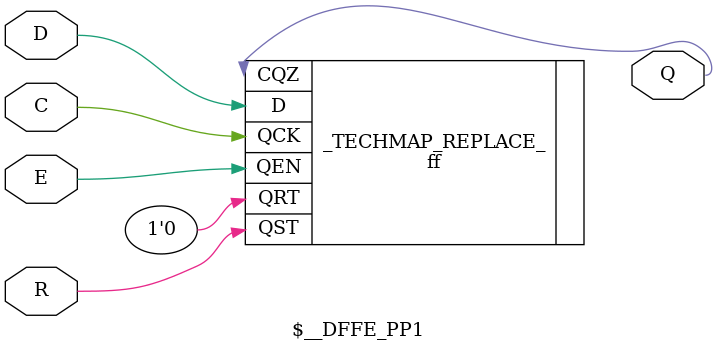
<source format=v>
module \$_DFF_ (D, CQZ, QCK, QEN, QRT, QST);
    input D;
    input QCK;
    input QEN;
    input QRT;
    input QST;
    output CQZ;
    ff _TECHMAP_REPLACE_ (.CQZ(CQZ), .D(D), .QCK(QCK), .QEN(QEN), .QRT(QRT), .QST(QST));
endmodule

module \$_DFF_N_ (D, Q, C);
    input D;
    input C;
    output Q;
    ff _TECHMAP_REPLACE_ (.CQZ(Q), .D(D), .QCK(!C), .QEN(1'b1), .QRT(1'b0), .QST(1'b0));
endmodule

module \$_DFF_P_ (D, Q, C);
    input D;
    input C;
    output Q;
    ff _TECHMAP_REPLACE_ (.CQZ(Q), .D(D), .QCK(C), .QEN(1'b1), .QRT(1'b0), .QST(1'b0));
endmodule

module \$_DFF_NN0_ (D, Q, C, R);
    input D;
    input C;
    input R;
    output Q;
    ff _TECHMAP_REPLACE_ (.CQZ(Q), .D(D), .QCK(!C), .QEN(1'b1), .QRT(!R), .QST(1'b0));
endmodule

module \$_DFF_NN1_ (D, Q, C, R);
    input D;
    input C;
    input R;
    output Q;
    ff _TECHMAP_REPLACE_ (.CQZ(Q), .D(D), .QCK(!C), .QEN(1'b1), .QRT(1'b0), .QST(!R));
endmodule

module \$_DFF_NP0_ (D, Q, C, R);
    input D;
    input C;
    input R;
    output Q;
    ff _TECHMAP_REPLACE_ (.CQZ(Q), .D(D), .QCK(!C), .QEN(1'b1), .QRT(R), .QST(1'b0));
endmodule

module \$_DFF_NP1_ (D, Q, C, R);
    input D;
    input C;
    input R;
    output Q;
    ff _TECHMAP_REPLACE_ (.CQZ(Q), .D(D), .QCK(!C), .QEN(1'b1), .QRT(1'b0), .QST(R));
endmodule

module \$_DFF_PN0_ (D, Q, C, R);
    input D;
    input C;
    input R;
    output Q;
    ff _TECHMAP_REPLACE_ (.CQZ(Q), .D(D), .QCK(C), .QEN(1'b1), .QRT(!R), .QST(1'b0));
endmodule

module \$_DFF_PN1_ (D, Q, C, R);
    input D;
    input C;
    input R;
    output Q;
    ff _TECHMAP_REPLACE_ (.CQZ(Q), .D(D), .QCK(C), .QEN(1'b1), .QRT(1'b0), .QST(!R));
endmodule

module \$_DFF_PP0_ (D, Q, C, R);
    input D;
    input C;
    input R;
    output Q;
    ff _TECHMAP_REPLACE_ (.CQZ(Q), .D(D), .QCK(C), .QEN(1'b1), .QRT(R), .QST(1'b0));
endmodule

module \$_DFF_PP1_ (D, Q, C, R);
    input D;
    input C;
    input R;
    output Q;
    ff _TECHMAP_REPLACE_ (.CQZ(Q), .D(D), .QCK(C), .QEN(1'b1), .QRT(1'b0), .QST(R));
endmodule

module \$_DFFSR_NPP_ (D, Q, C, R, S);
    input D;
    input C;
    input R;
    input S;
    output Q;
    ff _TECHMAP_REPLACE_ (.CQZ(Q), .D(D), .QCK(!C), .QEN(1'b1), .QRT(R), .QST(S));
endmodule

module \$_DFFSR_PPP_ (D, Q, C, R, S);
    input D;
    input C;
    input R;
    input S;
    output Q;
    ff _TECHMAP_REPLACE_ (.CQZ(Q), .D(D), .QCK(C), .QEN(1'b1), .QRT(R), .QST(S));
endmodule

module  \$_DFFE_NN_ (input D, C, E, output Q);
    ff _TECHMAP_REPLACE_ (.CQZ(Q), .D(D), .QCK(!C), .QEN(!E), .QRT(1'b0), .QST(1'b0));
 endmodule

module  \$_DFFE_PN_ (input D, C, E, output Q);
    ff _TECHMAP_REPLACE_ (.CQZ(Q), .D(D), .QCK(C), .QEN(!E), .QRT(1'b0), .QST(1'b0));
endmodule

module  \$_DFFE_NP_ (input D, C, E, output Q);
    ff _TECHMAP_REPLACE_ (.CQZ(Q), .D(D), .QCK(!C), .QEN(E), .QRT(1'b0), .QST(1'b0));
endmodule

module  \$_DFFE_PP_ (input D, C, E, output Q);
    ff _TECHMAP_REPLACE_ (.CQZ(Q), .D(D), .QCK(C), .QEN(E), .QRT(1'b0), .QST(1'b0));
endmodule

module  \$__DFFE_NN0 (input D, C, E, R, output Q);
    ff _TECHMAP_REPLACE_ (.CQZ(Q), .D(D), .QCK(!C), .QEN(E), .QRT(!R), .QST(1'b0));
endmodule

module  \$__DFFE_NN1 (input D, C, E, R, output Q);
    ff _TECHMAP_REPLACE_ (.CQZ(Q), .D(D), .QCK(!C), .QEN(E), .QRT(1'b0), .QST(!R));
endmodule

module  \$__DFFE_PN0 (input D, C, E, R, output Q);
    ff _TECHMAP_REPLACE_ (.CQZ(Q), .D(D), .QCK(C), .QEN(E), .QRT(!R), .QST(1'b0));
endmodule

module  \$__DFFE_PN1 (input D, C, E, R, output Q);
    ff _TECHMAP_REPLACE_ (.CQZ(Q), .D(D), .QCK(C), .QEN(E), .QRT(1'b0), .QST(!R));
endmodule

module  \$__DFFE_NP0 (input D, C, E, R, output Q);
    ff _TECHMAP_REPLACE_ (.CQZ(Q), .D(D), .QCK(!C), .QEN(E), .QRT(R), .QST(1'b0));
endmodule

module  \$__DFFE_NP1 (input D, C, E, R, output Q);
    ff _TECHMAP_REPLACE_ (.CQZ(Q), .D(D), .QCK(!C), .QEN(E), .QRT(1'b0), .QST(R));
endmodule

module  \$__DFFE_PP0 (input D, C, E, R, output Q);
    ff _TECHMAP_REPLACE_ (.CQZ(Q), .D(D), .QCK(C), .QEN(E), .QRT(R), .QST(1'b0));
endmodule

module  \$__DFFE_PP1 (input D, C, E, R, output Q);
    ff _TECHMAP_REPLACE_ (.CQZ(Q), .D(D), .QCK(C), .QEN(E), .QRT(1'b0), .QST(R));
endmodule
</source>
